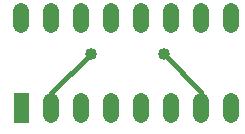
<source format=gbl>
%FSLAX24Y24*%
%MOIN*%
%ADD10C,0.0170*%
%ADD11C,0.0400*%
%ADD12C,0.0520*%
D10*
G01X3182Y2734D02*
X1875Y1427D01*
X1875Y1427D02*
X1875Y937D01*
X6875Y937D02*
X6875Y1474D01*
X6875Y1474D02*
X5625Y2724D01*
D11*
G01X3182Y2734D03*
X5625Y2724D03*
D12*
G01X875Y3697D02*
X875Y4177D01*
X2875Y697D02*
X2875Y1177D01*
X1875Y697D02*
X1875Y1177D01*
X1875Y3697D02*
X1875Y4177D01*
X7875Y3697D02*
X7875Y4177D01*
X6875Y3697D02*
X6875Y4177D01*
X4875Y697D02*
X4875Y1177D01*
X6875Y697D02*
X6875Y1177D01*
X3875Y697D02*
X3875Y1177D01*
X7875Y697D02*
X7875Y1177D01*
X5875Y697D02*
X5875Y1177D01*
X3875Y3697D02*
X3875Y4177D01*
X2875Y3697D02*
X2875Y4177D01*
X5875Y3697D02*
X5875Y4177D01*
X4875Y3697D02*
X4875Y4177D01*
G36*
X1135Y1437D02*G01*
X615Y1437D01*X615Y437D01*X1135Y437D01*G37*
M02*

</source>
